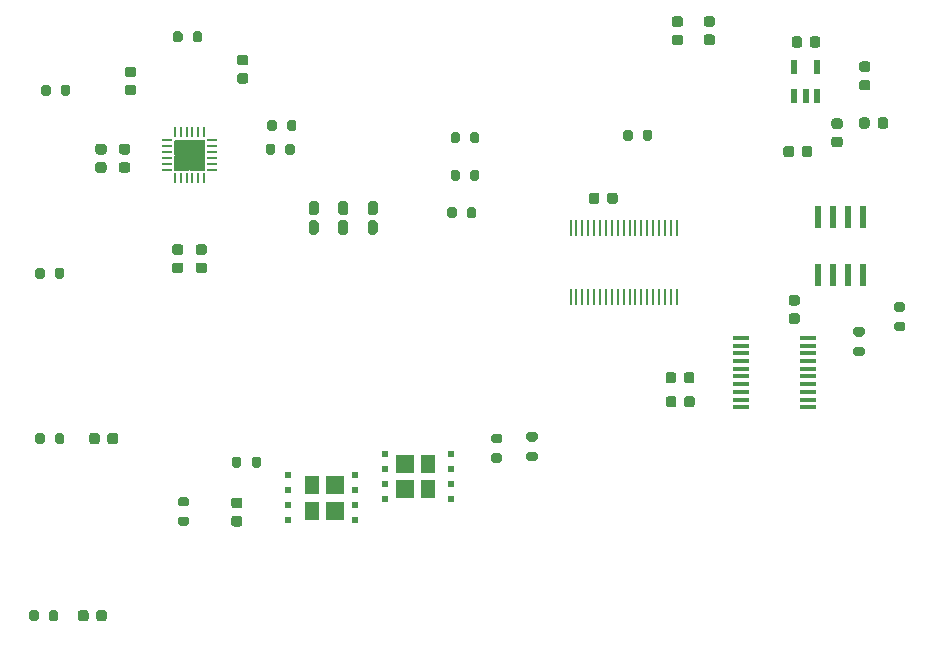
<source format=gbr>
%TF.GenerationSoftware,KiCad,Pcbnew,(5.1.7)-1*%
%TF.CreationDate,2021-05-19T20:23:41+02:00*%
%TF.ProjectId,PEE50-Schakeling,50454535-302d-4536-9368-616b656c696e,rev?*%
%TF.SameCoordinates,Original*%
%TF.FileFunction,Paste,Top*%
%TF.FilePolarity,Positive*%
%FSLAX46Y46*%
G04 Gerber Fmt 4.6, Leading zero omitted, Abs format (unit mm)*
G04 Created by KiCad (PCBNEW (5.1.7)-1) date 2021-05-19 20:23:41*
%MOMM*%
%LPD*%
G01*
G04 APERTURE LIST*
%ADD10C,0.152400*%
%ADD11R,0.600000X1.200000*%
%ADD12R,0.490000X0.490000*%
%ADD13R,1.585000X1.570000*%
%ADD14R,1.235000X1.570000*%
%ADD15R,2.641600X2.641600*%
%ADD16R,0.812800X0.254000*%
%ADD17R,0.254000X0.812800*%
%ADD18R,0.279400X1.404099*%
%ADD19R,1.461999X0.354800*%
%ADD20R,0.590000X1.970000*%
G04 APERTURE END LIST*
D10*
%TO.C,U1*%
X70600000Y-49779200D02*
X70600000Y-50900000D01*
X71720800Y-49779200D02*
X70600000Y-49779200D01*
X71720800Y-50900000D02*
X71720800Y-49779200D01*
X70600000Y-50900000D02*
X71720800Y-50900000D01*
X69279200Y-49779200D02*
X69279200Y-50900000D01*
X70400000Y-49779200D02*
X69279200Y-49779200D01*
X70400000Y-50900000D02*
X70400000Y-49779200D01*
X69279200Y-50900000D02*
X70400000Y-50900000D01*
X70600000Y-51100000D02*
X70600000Y-52220800D01*
X71720800Y-51100000D02*
X70600000Y-51100000D01*
X71720800Y-52220800D02*
X71720800Y-51100000D01*
X70600000Y-52220800D02*
X71720800Y-52220800D01*
X69279200Y-51100000D02*
X69279200Y-52220800D01*
X70400000Y-51100000D02*
X69279200Y-51100000D01*
X70400000Y-52220800D02*
X70400000Y-51100000D01*
X69279200Y-52220800D02*
X70400000Y-52220800D01*
%TD*%
%TO.C,C1*%
G36*
G01*
X74250000Y-80000000D02*
X74750000Y-80000000D01*
G75*
G02*
X74975000Y-80225000I0J-225000D01*
G01*
X74975000Y-80675000D01*
G75*
G02*
X74750000Y-80900000I-225000J0D01*
G01*
X74250000Y-80900000D01*
G75*
G02*
X74025000Y-80675000I0J225000D01*
G01*
X74025000Y-80225000D01*
G75*
G02*
X74250000Y-80000000I225000J0D01*
G01*
G37*
G36*
G01*
X74250000Y-81550000D02*
X74750000Y-81550000D01*
G75*
G02*
X74975000Y-81775000I0J-225000D01*
G01*
X74975000Y-82225000D01*
G75*
G02*
X74750000Y-82450000I-225000J0D01*
G01*
X74250000Y-82450000D01*
G75*
G02*
X74025000Y-82225000I0J225000D01*
G01*
X74025000Y-81775000D01*
G75*
G02*
X74250000Y-81550000I225000J0D01*
G01*
G37*
%TD*%
%TO.C,C2*%
G36*
G01*
X71250000Y-60100000D02*
X71750000Y-60100000D01*
G75*
G02*
X71975000Y-60325000I0J-225000D01*
G01*
X71975000Y-60775000D01*
G75*
G02*
X71750000Y-61000000I-225000J0D01*
G01*
X71250000Y-61000000D01*
G75*
G02*
X71025000Y-60775000I0J225000D01*
G01*
X71025000Y-60325000D01*
G75*
G02*
X71250000Y-60100000I225000J0D01*
G01*
G37*
G36*
G01*
X71250000Y-58550000D02*
X71750000Y-58550000D01*
G75*
G02*
X71975000Y-58775000I0J-225000D01*
G01*
X71975000Y-59225000D01*
G75*
G02*
X71750000Y-59450000I-225000J0D01*
G01*
X71250000Y-59450000D01*
G75*
G02*
X71025000Y-59225000I0J225000D01*
G01*
X71025000Y-58775000D01*
G75*
G02*
X71250000Y-58550000I225000J0D01*
G01*
G37*
%TD*%
%TO.C,C3*%
G36*
G01*
X69250000Y-58550000D02*
X69750000Y-58550000D01*
G75*
G02*
X69975000Y-58775000I0J-225000D01*
G01*
X69975000Y-59225000D01*
G75*
G02*
X69750000Y-59450000I-225000J0D01*
G01*
X69250000Y-59450000D01*
G75*
G02*
X69025000Y-59225000I0J225000D01*
G01*
X69025000Y-58775000D01*
G75*
G02*
X69250000Y-58550000I225000J0D01*
G01*
G37*
G36*
G01*
X69250000Y-60100000D02*
X69750000Y-60100000D01*
G75*
G02*
X69975000Y-60325000I0J-225000D01*
G01*
X69975000Y-60775000D01*
G75*
G02*
X69750000Y-61000000I-225000J0D01*
G01*
X69250000Y-61000000D01*
G75*
G02*
X69025000Y-60775000I0J225000D01*
G01*
X69025000Y-60325000D01*
G75*
G02*
X69250000Y-60100000I225000J0D01*
G01*
G37*
%TD*%
%TO.C,C4*%
G36*
G01*
X125573600Y-48785600D02*
X125073600Y-48785600D01*
G75*
G02*
X124848600Y-48560600I0J225000D01*
G01*
X124848600Y-48110600D01*
G75*
G02*
X125073600Y-47885600I225000J0D01*
G01*
X125573600Y-47885600D01*
G75*
G02*
X125798600Y-48110600I0J-225000D01*
G01*
X125798600Y-48560600D01*
G75*
G02*
X125573600Y-48785600I-225000J0D01*
G01*
G37*
G36*
G01*
X125573600Y-50335600D02*
X125073600Y-50335600D01*
G75*
G02*
X124848600Y-50110600I0J225000D01*
G01*
X124848600Y-49660600D01*
G75*
G02*
X125073600Y-49435600I225000J0D01*
G01*
X125573600Y-49435600D01*
G75*
G02*
X125798600Y-49660600I0J-225000D01*
G01*
X125798600Y-50110600D01*
G75*
G02*
X125573600Y-50335600I-225000J0D01*
G01*
G37*
%TD*%
%TO.C,C5*%
G36*
G01*
X123920000Y-41177400D02*
X123920000Y-41677400D01*
G75*
G02*
X123695000Y-41902400I-225000J0D01*
G01*
X123245000Y-41902400D01*
G75*
G02*
X123020000Y-41677400I0J225000D01*
G01*
X123020000Y-41177400D01*
G75*
G02*
X123245000Y-40952400I225000J0D01*
G01*
X123695000Y-40952400D01*
G75*
G02*
X123920000Y-41177400I0J-225000D01*
G01*
G37*
G36*
G01*
X122370000Y-41177400D02*
X122370000Y-41677400D01*
G75*
G02*
X122145000Y-41902400I-225000J0D01*
G01*
X121695000Y-41902400D01*
G75*
G02*
X121470000Y-41677400I0J225000D01*
G01*
X121470000Y-41177400D01*
G75*
G02*
X121695000Y-40952400I225000J0D01*
G01*
X122145000Y-40952400D01*
G75*
G02*
X122370000Y-41177400I0J-225000D01*
G01*
G37*
%TD*%
%TO.C,C6*%
G36*
G01*
X75250000Y-43400000D02*
X74750000Y-43400000D01*
G75*
G02*
X74525000Y-43175000I0J225000D01*
G01*
X74525000Y-42725000D01*
G75*
G02*
X74750000Y-42500000I225000J0D01*
G01*
X75250000Y-42500000D01*
G75*
G02*
X75475000Y-42725000I0J-225000D01*
G01*
X75475000Y-43175000D01*
G75*
G02*
X75250000Y-43400000I-225000J0D01*
G01*
G37*
G36*
G01*
X75250000Y-44950000D02*
X74750000Y-44950000D01*
G75*
G02*
X74525000Y-44725000I0J225000D01*
G01*
X74525000Y-44275000D01*
G75*
G02*
X74750000Y-44050000I225000J0D01*
G01*
X75250000Y-44050000D01*
G75*
G02*
X75475000Y-44275000I0J-225000D01*
G01*
X75475000Y-44725000D01*
G75*
G02*
X75250000Y-44950000I-225000J0D01*
G01*
G37*
%TD*%
%TO.C,C7*%
G36*
G01*
X65750000Y-44400000D02*
X65250000Y-44400000D01*
G75*
G02*
X65025000Y-44175000I0J225000D01*
G01*
X65025000Y-43725000D01*
G75*
G02*
X65250000Y-43500000I225000J0D01*
G01*
X65750000Y-43500000D01*
G75*
G02*
X65975000Y-43725000I0J-225000D01*
G01*
X65975000Y-44175000D01*
G75*
G02*
X65750000Y-44400000I-225000J0D01*
G01*
G37*
G36*
G01*
X65750000Y-45950000D02*
X65250000Y-45950000D01*
G75*
G02*
X65025000Y-45725000I0J225000D01*
G01*
X65025000Y-45275000D01*
G75*
G02*
X65250000Y-45050000I225000J0D01*
G01*
X65750000Y-45050000D01*
G75*
G02*
X65975000Y-45275000I0J-225000D01*
G01*
X65975000Y-45725000D01*
G75*
G02*
X65750000Y-45950000I-225000J0D01*
G01*
G37*
%TD*%
%TO.C,C8*%
G36*
G01*
X62750000Y-50050000D02*
X63250000Y-50050000D01*
G75*
G02*
X63475000Y-50275000I0J-225000D01*
G01*
X63475000Y-50725000D01*
G75*
G02*
X63250000Y-50950000I-225000J0D01*
G01*
X62750000Y-50950000D01*
G75*
G02*
X62525000Y-50725000I0J225000D01*
G01*
X62525000Y-50275000D01*
G75*
G02*
X62750000Y-50050000I225000J0D01*
G01*
G37*
G36*
G01*
X62750000Y-51600000D02*
X63250000Y-51600000D01*
G75*
G02*
X63475000Y-51825000I0J-225000D01*
G01*
X63475000Y-52275000D01*
G75*
G02*
X63250000Y-52500000I-225000J0D01*
G01*
X62750000Y-52500000D01*
G75*
G02*
X62525000Y-52275000I0J225000D01*
G01*
X62525000Y-51825000D01*
G75*
G02*
X62750000Y-51600000I225000J0D01*
G01*
G37*
%TD*%
%TO.C,C9*%
G36*
G01*
X65250000Y-50950000D02*
X64750000Y-50950000D01*
G75*
G02*
X64525000Y-50725000I0J225000D01*
G01*
X64525000Y-50275000D01*
G75*
G02*
X64750000Y-50050000I225000J0D01*
G01*
X65250000Y-50050000D01*
G75*
G02*
X65475000Y-50275000I0J-225000D01*
G01*
X65475000Y-50725000D01*
G75*
G02*
X65250000Y-50950000I-225000J0D01*
G01*
G37*
G36*
G01*
X65250000Y-52500000D02*
X64750000Y-52500000D01*
G75*
G02*
X64525000Y-52275000I0J225000D01*
G01*
X64525000Y-51825000D01*
G75*
G02*
X64750000Y-51600000I225000J0D01*
G01*
X65250000Y-51600000D01*
G75*
G02*
X65475000Y-51825000I0J-225000D01*
G01*
X65475000Y-52275000D01*
G75*
G02*
X65250000Y-52500000I-225000J0D01*
G01*
G37*
%TD*%
%TO.C,C10*%
G36*
G01*
X63550000Y-75250000D02*
X63550000Y-74750000D01*
G75*
G02*
X63775000Y-74525000I225000J0D01*
G01*
X64225000Y-74525000D01*
G75*
G02*
X64450000Y-74750000I0J-225000D01*
G01*
X64450000Y-75250000D01*
G75*
G02*
X64225000Y-75475000I-225000J0D01*
G01*
X63775000Y-75475000D01*
G75*
G02*
X63550000Y-75250000I0J225000D01*
G01*
G37*
G36*
G01*
X62000000Y-75250000D02*
X62000000Y-74750000D01*
G75*
G02*
X62225000Y-74525000I225000J0D01*
G01*
X62675000Y-74525000D01*
G75*
G02*
X62900000Y-74750000I0J-225000D01*
G01*
X62900000Y-75250000D01*
G75*
G02*
X62675000Y-75475000I-225000J0D01*
G01*
X62225000Y-75475000D01*
G75*
G02*
X62000000Y-75250000I0J225000D01*
G01*
G37*
%TD*%
%TO.C,C11*%
G36*
G01*
X61050000Y-90250000D02*
X61050000Y-89750000D01*
G75*
G02*
X61275000Y-89525000I225000J0D01*
G01*
X61725000Y-89525000D01*
G75*
G02*
X61950000Y-89750000I0J-225000D01*
G01*
X61950000Y-90250000D01*
G75*
G02*
X61725000Y-90475000I-225000J0D01*
G01*
X61275000Y-90475000D01*
G75*
G02*
X61050000Y-90250000I0J225000D01*
G01*
G37*
G36*
G01*
X62600000Y-90250000D02*
X62600000Y-89750000D01*
G75*
G02*
X62825000Y-89525000I225000J0D01*
G01*
X63275000Y-89525000D01*
G75*
G02*
X63500000Y-89750000I0J-225000D01*
G01*
X63500000Y-90250000D01*
G75*
G02*
X63275000Y-90475000I-225000J0D01*
G01*
X62825000Y-90475000D01*
G75*
G02*
X62600000Y-90250000I0J225000D01*
G01*
G37*
%TD*%
%TO.C,C12*%
G36*
G01*
X106749600Y-54410800D02*
X106749600Y-54910800D01*
G75*
G02*
X106524600Y-55135800I-225000J0D01*
G01*
X106074600Y-55135800D01*
G75*
G02*
X105849600Y-54910800I0J225000D01*
G01*
X105849600Y-54410800D01*
G75*
G02*
X106074600Y-54185800I225000J0D01*
G01*
X106524600Y-54185800D01*
G75*
G02*
X106749600Y-54410800I0J-225000D01*
G01*
G37*
G36*
G01*
X105199600Y-54410800D02*
X105199600Y-54910800D01*
G75*
G02*
X104974600Y-55135800I-225000J0D01*
G01*
X104524600Y-55135800D01*
G75*
G02*
X104299600Y-54910800I0J225000D01*
G01*
X104299600Y-54410800D01*
G75*
G02*
X104524600Y-54185800I225000J0D01*
G01*
X104974600Y-54185800D01*
G75*
G02*
X105199600Y-54410800I0J-225000D01*
G01*
G37*
%TD*%
%TO.C,C13*%
G36*
G01*
X112060800Y-40149600D02*
X111560800Y-40149600D01*
G75*
G02*
X111335800Y-39924600I0J225000D01*
G01*
X111335800Y-39474600D01*
G75*
G02*
X111560800Y-39249600I225000J0D01*
G01*
X112060800Y-39249600D01*
G75*
G02*
X112285800Y-39474600I0J-225000D01*
G01*
X112285800Y-39924600D01*
G75*
G02*
X112060800Y-40149600I-225000J0D01*
G01*
G37*
G36*
G01*
X112060800Y-41699600D02*
X111560800Y-41699600D01*
G75*
G02*
X111335800Y-41474600I0J225000D01*
G01*
X111335800Y-41024600D01*
G75*
G02*
X111560800Y-40799600I225000J0D01*
G01*
X112060800Y-40799600D01*
G75*
G02*
X112285800Y-41024600I0J-225000D01*
G01*
X112285800Y-41474600D01*
G75*
G02*
X112060800Y-41699600I-225000J0D01*
G01*
G37*
%TD*%
%TO.C,C14*%
G36*
G01*
X123233600Y-50448400D02*
X123233600Y-50948400D01*
G75*
G02*
X123008600Y-51173400I-225000J0D01*
G01*
X122558600Y-51173400D01*
G75*
G02*
X122333600Y-50948400I0J225000D01*
G01*
X122333600Y-50448400D01*
G75*
G02*
X122558600Y-50223400I225000J0D01*
G01*
X123008600Y-50223400D01*
G75*
G02*
X123233600Y-50448400I0J-225000D01*
G01*
G37*
G36*
G01*
X121683600Y-50448400D02*
X121683600Y-50948400D01*
G75*
G02*
X121458600Y-51173400I-225000J0D01*
G01*
X121008600Y-51173400D01*
G75*
G02*
X120783600Y-50948400I0J225000D01*
G01*
X120783600Y-50448400D01*
G75*
G02*
X121008600Y-50223400I225000J0D01*
G01*
X121458600Y-50223400D01*
G75*
G02*
X121683600Y-50448400I0J-225000D01*
G01*
G37*
%TD*%
%TO.C,C15*%
G36*
G01*
X121441400Y-64396200D02*
X121941400Y-64396200D01*
G75*
G02*
X122166400Y-64621200I0J-225000D01*
G01*
X122166400Y-65071200D01*
G75*
G02*
X121941400Y-65296200I-225000J0D01*
G01*
X121441400Y-65296200D01*
G75*
G02*
X121216400Y-65071200I0J225000D01*
G01*
X121216400Y-64621200D01*
G75*
G02*
X121441400Y-64396200I225000J0D01*
G01*
G37*
G36*
G01*
X121441400Y-62846200D02*
X121941400Y-62846200D01*
G75*
G02*
X122166400Y-63071200I0J-225000D01*
G01*
X122166400Y-63521200D01*
G75*
G02*
X121941400Y-63746200I-225000J0D01*
G01*
X121441400Y-63746200D01*
G75*
G02*
X121216400Y-63521200I0J225000D01*
G01*
X121216400Y-63071200D01*
G75*
G02*
X121441400Y-62846200I225000J0D01*
G01*
G37*
%TD*%
%TO.C,C16*%
G36*
G01*
X113276800Y-71632000D02*
X113276800Y-72132000D01*
G75*
G02*
X113051800Y-72357000I-225000J0D01*
G01*
X112601800Y-72357000D01*
G75*
G02*
X112376800Y-72132000I0J225000D01*
G01*
X112376800Y-71632000D01*
G75*
G02*
X112601800Y-71407000I225000J0D01*
G01*
X113051800Y-71407000D01*
G75*
G02*
X113276800Y-71632000I0J-225000D01*
G01*
G37*
G36*
G01*
X111726800Y-71632000D02*
X111726800Y-72132000D01*
G75*
G02*
X111501800Y-72357000I-225000J0D01*
G01*
X111051800Y-72357000D01*
G75*
G02*
X110826800Y-72132000I0J225000D01*
G01*
X110826800Y-71632000D01*
G75*
G02*
X111051800Y-71407000I225000J0D01*
G01*
X111501800Y-71407000D01*
G75*
G02*
X111726800Y-71632000I0J-225000D01*
G01*
G37*
%TD*%
%TO.C,C17*%
G36*
G01*
X111701400Y-69600000D02*
X111701400Y-70100000D01*
G75*
G02*
X111476400Y-70325000I-225000J0D01*
G01*
X111026400Y-70325000D01*
G75*
G02*
X110801400Y-70100000I0J225000D01*
G01*
X110801400Y-69600000D01*
G75*
G02*
X111026400Y-69375000I225000J0D01*
G01*
X111476400Y-69375000D01*
G75*
G02*
X111701400Y-69600000I0J-225000D01*
G01*
G37*
G36*
G01*
X113251400Y-69600000D02*
X113251400Y-70100000D01*
G75*
G02*
X113026400Y-70325000I-225000J0D01*
G01*
X112576400Y-70325000D01*
G75*
G02*
X112351400Y-70100000I0J225000D01*
G01*
X112351400Y-69600000D01*
G75*
G02*
X112576400Y-69375000I225000J0D01*
G01*
X113026400Y-69375000D01*
G75*
G02*
X113251400Y-69600000I0J-225000D01*
G01*
G37*
%TD*%
%TO.C,C18*%
G36*
G01*
X114265900Y-39237500D02*
X114765900Y-39237500D01*
G75*
G02*
X114990900Y-39462500I0J-225000D01*
G01*
X114990900Y-39912500D01*
G75*
G02*
X114765900Y-40137500I-225000J0D01*
G01*
X114265900Y-40137500D01*
G75*
G02*
X114040900Y-39912500I0J225000D01*
G01*
X114040900Y-39462500D01*
G75*
G02*
X114265900Y-39237500I225000J0D01*
G01*
G37*
G36*
G01*
X114265900Y-40787500D02*
X114765900Y-40787500D01*
G75*
G02*
X114990900Y-41012500I0J-225000D01*
G01*
X114990900Y-41462500D01*
G75*
G02*
X114765900Y-41687500I-225000J0D01*
G01*
X114265900Y-41687500D01*
G75*
G02*
X114040900Y-41462500I0J225000D01*
G01*
X114040900Y-41012500D01*
G75*
G02*
X114265900Y-40787500I225000J0D01*
G01*
G37*
%TD*%
%TO.C,D1*%
G36*
G01*
X85787500Y-56512500D02*
X86212500Y-56512500D01*
G75*
G02*
X86425000Y-56725000I0J-212500D01*
G01*
X86425000Y-57525000D01*
G75*
G02*
X86212500Y-57737500I-212500J0D01*
G01*
X85787500Y-57737500D01*
G75*
G02*
X85575000Y-57525000I0J212500D01*
G01*
X85575000Y-56725000D01*
G75*
G02*
X85787500Y-56512500I212500J0D01*
G01*
G37*
G36*
G01*
X85787500Y-54887500D02*
X86212500Y-54887500D01*
G75*
G02*
X86425000Y-55100000I0J-212500D01*
G01*
X86425000Y-55900000D01*
G75*
G02*
X86212500Y-56112500I-212500J0D01*
G01*
X85787500Y-56112500D01*
G75*
G02*
X85575000Y-55900000I0J212500D01*
G01*
X85575000Y-55100000D01*
G75*
G02*
X85787500Y-54887500I212500J0D01*
G01*
G37*
%TD*%
%TO.C,D2*%
G36*
G01*
X83287500Y-54887500D02*
X83712500Y-54887500D01*
G75*
G02*
X83925000Y-55100000I0J-212500D01*
G01*
X83925000Y-55900000D01*
G75*
G02*
X83712500Y-56112500I-212500J0D01*
G01*
X83287500Y-56112500D01*
G75*
G02*
X83075000Y-55900000I0J212500D01*
G01*
X83075000Y-55100000D01*
G75*
G02*
X83287500Y-54887500I212500J0D01*
G01*
G37*
G36*
G01*
X83287500Y-56512500D02*
X83712500Y-56512500D01*
G75*
G02*
X83925000Y-56725000I0J-212500D01*
G01*
X83925000Y-57525000D01*
G75*
G02*
X83712500Y-57737500I-212500J0D01*
G01*
X83287500Y-57737500D01*
G75*
G02*
X83075000Y-57525000I0J212500D01*
G01*
X83075000Y-56725000D01*
G75*
G02*
X83287500Y-56512500I212500J0D01*
G01*
G37*
%TD*%
%TO.C,D3*%
G36*
G01*
X80787500Y-54887500D02*
X81212500Y-54887500D01*
G75*
G02*
X81425000Y-55100000I0J-212500D01*
G01*
X81425000Y-55900000D01*
G75*
G02*
X81212500Y-56112500I-212500J0D01*
G01*
X80787500Y-56112500D01*
G75*
G02*
X80575000Y-55900000I0J212500D01*
G01*
X80575000Y-55100000D01*
G75*
G02*
X80787500Y-54887500I212500J0D01*
G01*
G37*
G36*
G01*
X80787500Y-56512500D02*
X81212500Y-56512500D01*
G75*
G02*
X81425000Y-56725000I0J-212500D01*
G01*
X81425000Y-57525000D01*
G75*
G02*
X81212500Y-57737500I-212500J0D01*
G01*
X80787500Y-57737500D01*
G75*
G02*
X80575000Y-57525000I0J212500D01*
G01*
X80575000Y-56725000D01*
G75*
G02*
X80787500Y-56512500I212500J0D01*
G01*
G37*
%TD*%
D11*
%TO.C,IC1*%
X121706600Y-43530200D03*
X123606600Y-43530200D03*
X123606600Y-46030200D03*
X122656600Y-46030200D03*
X121706600Y-46030200D03*
%TD*%
D12*
%TO.C,Q1*%
X87062660Y-77571600D03*
X87062660Y-78841600D03*
X87062660Y-80111600D03*
X87062660Y-76301600D03*
X92662660Y-76301600D03*
X92662660Y-80111600D03*
X92662660Y-78841600D03*
X92662660Y-77571600D03*
D13*
X88750160Y-77111600D03*
X88750160Y-79301600D03*
D14*
X90660160Y-77111600D03*
X90660160Y-79301600D03*
%TD*%
D12*
%TO.C,Q2*%
X84470000Y-80635000D03*
X84470000Y-79365000D03*
X84470000Y-78095000D03*
X84470000Y-81905000D03*
X78870000Y-81905000D03*
X78870000Y-78095000D03*
X78870000Y-79365000D03*
X78870000Y-80635000D03*
D13*
X82782500Y-81095000D03*
X82782500Y-78905000D03*
D14*
X80872500Y-81095000D03*
X80872500Y-78905000D03*
%TD*%
%TO.C,R1*%
G36*
G01*
X92600000Y-52980000D02*
X92600000Y-52430000D01*
G75*
G02*
X92800000Y-52230000I200000J0D01*
G01*
X93200000Y-52230000D01*
G75*
G02*
X93400000Y-52430000I0J-200000D01*
G01*
X93400000Y-52980000D01*
G75*
G02*
X93200000Y-53180000I-200000J0D01*
G01*
X92800000Y-53180000D01*
G75*
G02*
X92600000Y-52980000I0J200000D01*
G01*
G37*
G36*
G01*
X94250000Y-52980000D02*
X94250000Y-52430000D01*
G75*
G02*
X94450000Y-52230000I200000J0D01*
G01*
X94850000Y-52230000D01*
G75*
G02*
X95050000Y-52430000I0J-200000D01*
G01*
X95050000Y-52980000D01*
G75*
G02*
X94850000Y-53180000I-200000J0D01*
G01*
X94450000Y-53180000D01*
G75*
G02*
X94250000Y-52980000I0J200000D01*
G01*
G37*
%TD*%
%TO.C,R2*%
G36*
G01*
X94250000Y-49805000D02*
X94250000Y-49255000D01*
G75*
G02*
X94450000Y-49055000I200000J0D01*
G01*
X94850000Y-49055000D01*
G75*
G02*
X95050000Y-49255000I0J-200000D01*
G01*
X95050000Y-49805000D01*
G75*
G02*
X94850000Y-50005000I-200000J0D01*
G01*
X94450000Y-50005000D01*
G75*
G02*
X94250000Y-49805000I0J200000D01*
G01*
G37*
G36*
G01*
X92600000Y-49805000D02*
X92600000Y-49255000D01*
G75*
G02*
X92800000Y-49055000I200000J0D01*
G01*
X93200000Y-49055000D01*
G75*
G02*
X93400000Y-49255000I0J-200000D01*
G01*
X93400000Y-49805000D01*
G75*
G02*
X93200000Y-50005000I-200000J0D01*
G01*
X92800000Y-50005000D01*
G75*
G02*
X92600000Y-49805000I0J200000D01*
G01*
G37*
%TD*%
%TO.C,R3*%
G36*
G01*
X92310000Y-56155000D02*
X92310000Y-55605000D01*
G75*
G02*
X92510000Y-55405000I200000J0D01*
G01*
X92910000Y-55405000D01*
G75*
G02*
X93110000Y-55605000I0J-200000D01*
G01*
X93110000Y-56155000D01*
G75*
G02*
X92910000Y-56355000I-200000J0D01*
G01*
X92510000Y-56355000D01*
G75*
G02*
X92310000Y-56155000I0J200000D01*
G01*
G37*
G36*
G01*
X93960000Y-56155000D02*
X93960000Y-55605000D01*
G75*
G02*
X94160000Y-55405000I200000J0D01*
G01*
X94560000Y-55405000D01*
G75*
G02*
X94760000Y-55605000I0J-200000D01*
G01*
X94760000Y-56155000D01*
G75*
G02*
X94560000Y-56355000I-200000J0D01*
G01*
X94160000Y-56355000D01*
G75*
G02*
X93960000Y-56155000I0J200000D01*
G01*
G37*
%TD*%
%TO.C,R4*%
G36*
G01*
X76550000Y-76725000D02*
X76550000Y-77275000D01*
G75*
G02*
X76350000Y-77475000I-200000J0D01*
G01*
X75950000Y-77475000D01*
G75*
G02*
X75750000Y-77275000I0J200000D01*
G01*
X75750000Y-76725000D01*
G75*
G02*
X75950000Y-76525000I200000J0D01*
G01*
X76350000Y-76525000D01*
G75*
G02*
X76550000Y-76725000I0J-200000D01*
G01*
G37*
G36*
G01*
X74900000Y-76725000D02*
X74900000Y-77275000D01*
G75*
G02*
X74700000Y-77475000I-200000J0D01*
G01*
X74300000Y-77475000D01*
G75*
G02*
X74100000Y-77275000I0J200000D01*
G01*
X74100000Y-76725000D01*
G75*
G02*
X74300000Y-76525000I200000J0D01*
G01*
X74700000Y-76525000D01*
G75*
G02*
X74900000Y-76725000I0J-200000D01*
G01*
G37*
%TD*%
%TO.C,R5*%
G36*
G01*
X96225000Y-76250000D02*
X96775000Y-76250000D01*
G75*
G02*
X96975000Y-76450000I0J-200000D01*
G01*
X96975000Y-76850000D01*
G75*
G02*
X96775000Y-77050000I-200000J0D01*
G01*
X96225000Y-77050000D01*
G75*
G02*
X96025000Y-76850000I0J200000D01*
G01*
X96025000Y-76450000D01*
G75*
G02*
X96225000Y-76250000I200000J0D01*
G01*
G37*
G36*
G01*
X96225000Y-74600000D02*
X96775000Y-74600000D01*
G75*
G02*
X96975000Y-74800000I0J-200000D01*
G01*
X96975000Y-75200000D01*
G75*
G02*
X96775000Y-75400000I-200000J0D01*
G01*
X96225000Y-75400000D01*
G75*
G02*
X96025000Y-75200000I0J200000D01*
G01*
X96025000Y-74800000D01*
G75*
G02*
X96225000Y-74600000I200000J0D01*
G01*
G37*
%TD*%
%TO.C,R6*%
G36*
G01*
X99225000Y-74450000D02*
X99775000Y-74450000D01*
G75*
G02*
X99975000Y-74650000I0J-200000D01*
G01*
X99975000Y-75050000D01*
G75*
G02*
X99775000Y-75250000I-200000J0D01*
G01*
X99225000Y-75250000D01*
G75*
G02*
X99025000Y-75050000I0J200000D01*
G01*
X99025000Y-74650000D01*
G75*
G02*
X99225000Y-74450000I200000J0D01*
G01*
G37*
G36*
G01*
X99225000Y-76100000D02*
X99775000Y-76100000D01*
G75*
G02*
X99975000Y-76300000I0J-200000D01*
G01*
X99975000Y-76700000D01*
G75*
G02*
X99775000Y-76900000I-200000J0D01*
G01*
X99225000Y-76900000D01*
G75*
G02*
X99025000Y-76700000I0J200000D01*
G01*
X99025000Y-76300000D01*
G75*
G02*
X99225000Y-76100000I200000J0D01*
G01*
G37*
%TD*%
%TO.C,R7*%
G36*
G01*
X78600000Y-50775000D02*
X78600000Y-50225000D01*
G75*
G02*
X78800000Y-50025000I200000J0D01*
G01*
X79200000Y-50025000D01*
G75*
G02*
X79400000Y-50225000I0J-200000D01*
G01*
X79400000Y-50775000D01*
G75*
G02*
X79200000Y-50975000I-200000J0D01*
G01*
X78800000Y-50975000D01*
G75*
G02*
X78600000Y-50775000I0J200000D01*
G01*
G37*
G36*
G01*
X76950000Y-50775000D02*
X76950000Y-50225000D01*
G75*
G02*
X77150000Y-50025000I200000J0D01*
G01*
X77550000Y-50025000D01*
G75*
G02*
X77750000Y-50225000I0J-200000D01*
G01*
X77750000Y-50775000D01*
G75*
G02*
X77550000Y-50975000I-200000J0D01*
G01*
X77150000Y-50975000D01*
G75*
G02*
X76950000Y-50775000I0J200000D01*
G01*
G37*
%TD*%
%TO.C,R8*%
G36*
G01*
X69725000Y-79950000D02*
X70275000Y-79950000D01*
G75*
G02*
X70475000Y-80150000I0J-200000D01*
G01*
X70475000Y-80550000D01*
G75*
G02*
X70275000Y-80750000I-200000J0D01*
G01*
X69725000Y-80750000D01*
G75*
G02*
X69525000Y-80550000I0J200000D01*
G01*
X69525000Y-80150000D01*
G75*
G02*
X69725000Y-79950000I200000J0D01*
G01*
G37*
G36*
G01*
X69725000Y-81600000D02*
X70275000Y-81600000D01*
G75*
G02*
X70475000Y-81800000I0J-200000D01*
G01*
X70475000Y-82200000D01*
G75*
G02*
X70275000Y-82400000I-200000J0D01*
G01*
X69725000Y-82400000D01*
G75*
G02*
X69525000Y-82200000I0J200000D01*
G01*
X69525000Y-81800000D01*
G75*
G02*
X69725000Y-81600000I200000J0D01*
G01*
G37*
%TD*%
%TO.C,R9*%
G36*
G01*
X78750000Y-48775000D02*
X78750000Y-48225000D01*
G75*
G02*
X78950000Y-48025000I200000J0D01*
G01*
X79350000Y-48025000D01*
G75*
G02*
X79550000Y-48225000I0J-200000D01*
G01*
X79550000Y-48775000D01*
G75*
G02*
X79350000Y-48975000I-200000J0D01*
G01*
X78950000Y-48975000D01*
G75*
G02*
X78750000Y-48775000I0J200000D01*
G01*
G37*
G36*
G01*
X77100000Y-48775000D02*
X77100000Y-48225000D01*
G75*
G02*
X77300000Y-48025000I200000J0D01*
G01*
X77700000Y-48025000D01*
G75*
G02*
X77900000Y-48225000I0J-200000D01*
G01*
X77900000Y-48775000D01*
G75*
G02*
X77700000Y-48975000I-200000J0D01*
G01*
X77300000Y-48975000D01*
G75*
G02*
X77100000Y-48775000I0J200000D01*
G01*
G37*
%TD*%
%TO.C,R10*%
G36*
G01*
X70760640Y-41262980D02*
X70760640Y-40712980D01*
G75*
G02*
X70960640Y-40512980I200000J0D01*
G01*
X71360640Y-40512980D01*
G75*
G02*
X71560640Y-40712980I0J-200000D01*
G01*
X71560640Y-41262980D01*
G75*
G02*
X71360640Y-41462980I-200000J0D01*
G01*
X70960640Y-41462980D01*
G75*
G02*
X70760640Y-41262980I0J200000D01*
G01*
G37*
G36*
G01*
X69110640Y-41262980D02*
X69110640Y-40712980D01*
G75*
G02*
X69310640Y-40512980I200000J0D01*
G01*
X69710640Y-40512980D01*
G75*
G02*
X69910640Y-40712980I0J-200000D01*
G01*
X69910640Y-41262980D01*
G75*
G02*
X69710640Y-41462980I-200000J0D01*
G01*
X69310640Y-41462980D01*
G75*
G02*
X69110640Y-41262980I0J200000D01*
G01*
G37*
%TD*%
%TO.C,R11*%
G36*
G01*
X107233000Y-49601800D02*
X107233000Y-49051800D01*
G75*
G02*
X107433000Y-48851800I200000J0D01*
G01*
X107833000Y-48851800D01*
G75*
G02*
X108033000Y-49051800I0J-200000D01*
G01*
X108033000Y-49601800D01*
G75*
G02*
X107833000Y-49801800I-200000J0D01*
G01*
X107433000Y-49801800D01*
G75*
G02*
X107233000Y-49601800I0J200000D01*
G01*
G37*
G36*
G01*
X108883000Y-49601800D02*
X108883000Y-49051800D01*
G75*
G02*
X109083000Y-48851800I200000J0D01*
G01*
X109483000Y-48851800D01*
G75*
G02*
X109683000Y-49051800I0J-200000D01*
G01*
X109683000Y-49601800D01*
G75*
G02*
X109483000Y-49801800I-200000J0D01*
G01*
X109083000Y-49801800D01*
G75*
G02*
X108883000Y-49601800I0J200000D01*
G01*
G37*
%TD*%
%TO.C,R12*%
G36*
G01*
X57950000Y-45775000D02*
X57950000Y-45225000D01*
G75*
G02*
X58150000Y-45025000I200000J0D01*
G01*
X58550000Y-45025000D01*
G75*
G02*
X58750000Y-45225000I0J-200000D01*
G01*
X58750000Y-45775000D01*
G75*
G02*
X58550000Y-45975000I-200000J0D01*
G01*
X58150000Y-45975000D01*
G75*
G02*
X57950000Y-45775000I0J200000D01*
G01*
G37*
G36*
G01*
X59600000Y-45775000D02*
X59600000Y-45225000D01*
G75*
G02*
X59800000Y-45025000I200000J0D01*
G01*
X60200000Y-45025000D01*
G75*
G02*
X60400000Y-45225000I0J-200000D01*
G01*
X60400000Y-45775000D01*
G75*
G02*
X60200000Y-45975000I-200000J0D01*
G01*
X59800000Y-45975000D01*
G75*
G02*
X59600000Y-45775000I0J200000D01*
G01*
G37*
%TD*%
%TO.C,R13*%
G36*
G01*
X59100000Y-61275000D02*
X59100000Y-60725000D01*
G75*
G02*
X59300000Y-60525000I200000J0D01*
G01*
X59700000Y-60525000D01*
G75*
G02*
X59900000Y-60725000I0J-200000D01*
G01*
X59900000Y-61275000D01*
G75*
G02*
X59700000Y-61475000I-200000J0D01*
G01*
X59300000Y-61475000D01*
G75*
G02*
X59100000Y-61275000I0J200000D01*
G01*
G37*
G36*
G01*
X57450000Y-61275000D02*
X57450000Y-60725000D01*
G75*
G02*
X57650000Y-60525000I200000J0D01*
G01*
X58050000Y-60525000D01*
G75*
G02*
X58250000Y-60725000I0J-200000D01*
G01*
X58250000Y-61275000D01*
G75*
G02*
X58050000Y-61475000I-200000J0D01*
G01*
X57650000Y-61475000D01*
G75*
G02*
X57450000Y-61275000I0J200000D01*
G01*
G37*
%TD*%
%TO.C,R14*%
G36*
G01*
X57450000Y-75275000D02*
X57450000Y-74725000D01*
G75*
G02*
X57650000Y-74525000I200000J0D01*
G01*
X58050000Y-74525000D01*
G75*
G02*
X58250000Y-74725000I0J-200000D01*
G01*
X58250000Y-75275000D01*
G75*
G02*
X58050000Y-75475000I-200000J0D01*
G01*
X57650000Y-75475000D01*
G75*
G02*
X57450000Y-75275000I0J200000D01*
G01*
G37*
G36*
G01*
X59100000Y-75275000D02*
X59100000Y-74725000D01*
G75*
G02*
X59300000Y-74525000I200000J0D01*
G01*
X59700000Y-74525000D01*
G75*
G02*
X59900000Y-74725000I0J-200000D01*
G01*
X59900000Y-75275000D01*
G75*
G02*
X59700000Y-75475000I-200000J0D01*
G01*
X59300000Y-75475000D01*
G75*
G02*
X59100000Y-75275000I0J200000D01*
G01*
G37*
%TD*%
%TO.C,R15*%
G36*
G01*
X58600000Y-90275000D02*
X58600000Y-89725000D01*
G75*
G02*
X58800000Y-89525000I200000J0D01*
G01*
X59200000Y-89525000D01*
G75*
G02*
X59400000Y-89725000I0J-200000D01*
G01*
X59400000Y-90275000D01*
G75*
G02*
X59200000Y-90475000I-200000J0D01*
G01*
X58800000Y-90475000D01*
G75*
G02*
X58600000Y-90275000I0J200000D01*
G01*
G37*
G36*
G01*
X56950000Y-90275000D02*
X56950000Y-89725000D01*
G75*
G02*
X57150000Y-89525000I200000J0D01*
G01*
X57550000Y-89525000D01*
G75*
G02*
X57750000Y-89725000I0J-200000D01*
G01*
X57750000Y-90275000D01*
G75*
G02*
X57550000Y-90475000I-200000J0D01*
G01*
X57150000Y-90475000D01*
G75*
G02*
X56950000Y-90275000I0J200000D01*
G01*
G37*
%TD*%
%TO.C,R16*%
G36*
G01*
X127452800Y-66364800D02*
X126902800Y-66364800D01*
G75*
G02*
X126702800Y-66164800I0J200000D01*
G01*
X126702800Y-65764800D01*
G75*
G02*
X126902800Y-65564800I200000J0D01*
G01*
X127452800Y-65564800D01*
G75*
G02*
X127652800Y-65764800I0J-200000D01*
G01*
X127652800Y-66164800D01*
G75*
G02*
X127452800Y-66364800I-200000J0D01*
G01*
G37*
G36*
G01*
X127452800Y-68014800D02*
X126902800Y-68014800D01*
G75*
G02*
X126702800Y-67814800I0J200000D01*
G01*
X126702800Y-67414800D01*
G75*
G02*
X126902800Y-67214800I200000J0D01*
G01*
X127452800Y-67214800D01*
G75*
G02*
X127652800Y-67414800I0J-200000D01*
G01*
X127652800Y-67814800D01*
G75*
G02*
X127452800Y-68014800I-200000J0D01*
G01*
G37*
%TD*%
D15*
%TO.C,U1*%
X70500000Y-51000000D03*
D16*
X68556900Y-52250000D03*
X68556900Y-51750001D03*
X68556900Y-51250000D03*
X68556900Y-50750000D03*
X68556900Y-50249999D03*
X68556900Y-49750000D03*
D17*
X69250000Y-49056900D03*
X69749999Y-49056900D03*
X70250000Y-49056900D03*
X70750000Y-49056900D03*
X71250001Y-49056900D03*
X71750000Y-49056900D03*
D16*
X72443100Y-49750000D03*
X72443100Y-50249999D03*
X72443100Y-50750000D03*
X72443100Y-51250000D03*
X72443100Y-51750001D03*
X72443100Y-52250000D03*
D17*
X71750000Y-52943100D03*
X71250001Y-52943100D03*
X70750000Y-52943100D03*
X70250000Y-52943100D03*
X69749999Y-52943100D03*
X69250000Y-52943100D03*
%TD*%
D18*
%TO.C,U2*%
X111760002Y-63049896D03*
X111260001Y-63049896D03*
X110760002Y-63049896D03*
X110260000Y-63049896D03*
X109760001Y-63049896D03*
X109260002Y-63049896D03*
X108760001Y-63049896D03*
X108260002Y-63049896D03*
X107760003Y-63049896D03*
X107260001Y-63049896D03*
X106760002Y-63049896D03*
X106260000Y-63049896D03*
X105760001Y-63049896D03*
X105260002Y-63049896D03*
X104760001Y-63049896D03*
X104260002Y-63049896D03*
X103760000Y-63049896D03*
X103260001Y-63049896D03*
X102760002Y-63049896D03*
X102760000Y-57150000D03*
X103260001Y-57150000D03*
X103760000Y-57150000D03*
X104260002Y-57150000D03*
X104760001Y-57150000D03*
X105260000Y-57150000D03*
X105760001Y-57150000D03*
X106260000Y-57150000D03*
X106760002Y-57150000D03*
X107260001Y-57150000D03*
X107760000Y-57150000D03*
X108260002Y-57150000D03*
X108760001Y-57150000D03*
X109260002Y-57150000D03*
X109760001Y-57150000D03*
X110260000Y-57150000D03*
X110760002Y-57150000D03*
X111260001Y-57150000D03*
X111760000Y-57150000D03*
%TD*%
D19*
%TO.C,U3*%
X122829400Y-66495002D03*
X122829400Y-67145001D03*
X122829400Y-67795002D03*
X122829400Y-68445001D03*
X122829400Y-69095002D03*
X122829400Y-69745001D03*
X122829400Y-70395002D03*
X122829400Y-71045001D03*
X122829400Y-71695002D03*
X122829400Y-72345000D03*
X117190600Y-72344998D03*
X117190600Y-71694999D03*
X117190600Y-71044998D03*
X117190600Y-70394999D03*
X117190600Y-69744998D03*
X117190600Y-69094999D03*
X117190600Y-68445001D03*
X117190600Y-67794999D03*
X117190600Y-67145001D03*
X117190600Y-66495000D03*
%TD*%
D20*
%TO.C,U5*%
X127482600Y-61160200D03*
X126212600Y-61160200D03*
X124942600Y-61160200D03*
X123672600Y-61160200D03*
X123672600Y-56210200D03*
X124942600Y-56210200D03*
X126212600Y-56210200D03*
X127482600Y-56210200D03*
%TD*%
%TO.C,D4*%
G36*
G01*
X128772500Y-48541650D02*
X128772500Y-48029150D01*
G75*
G02*
X128991250Y-47810400I218750J0D01*
G01*
X129428750Y-47810400D01*
G75*
G02*
X129647500Y-48029150I0J-218750D01*
G01*
X129647500Y-48541650D01*
G75*
G02*
X129428750Y-48760400I-218750J0D01*
G01*
X128991250Y-48760400D01*
G75*
G02*
X128772500Y-48541650I0J218750D01*
G01*
G37*
G36*
G01*
X127197500Y-48541650D02*
X127197500Y-48029150D01*
G75*
G02*
X127416250Y-47810400I218750J0D01*
G01*
X127853750Y-47810400D01*
G75*
G02*
X128072500Y-48029150I0J-218750D01*
G01*
X128072500Y-48541650D01*
G75*
G02*
X127853750Y-48760400I-218750J0D01*
G01*
X127416250Y-48760400D01*
G75*
G02*
X127197500Y-48541650I0J218750D01*
G01*
G37*
%TD*%
%TO.C,D5*%
G36*
G01*
X127926810Y-45522600D02*
X127414310Y-45522600D01*
G75*
G02*
X127195560Y-45303850I0J218750D01*
G01*
X127195560Y-44866350D01*
G75*
G02*
X127414310Y-44647600I218750J0D01*
G01*
X127926810Y-44647600D01*
G75*
G02*
X128145560Y-44866350I0J-218750D01*
G01*
X128145560Y-45303850D01*
G75*
G02*
X127926810Y-45522600I-218750J0D01*
G01*
G37*
G36*
G01*
X127926810Y-43947600D02*
X127414310Y-43947600D01*
G75*
G02*
X127195560Y-43728850I0J218750D01*
G01*
X127195560Y-43291350D01*
G75*
G02*
X127414310Y-43072600I218750J0D01*
G01*
X127926810Y-43072600D01*
G75*
G02*
X128145560Y-43291350I0J-218750D01*
G01*
X128145560Y-43728850D01*
G75*
G02*
X127926810Y-43947600I-218750J0D01*
G01*
G37*
%TD*%
%TO.C,R17*%
G36*
G01*
X130369900Y-63455600D02*
X130919900Y-63455600D01*
G75*
G02*
X131119900Y-63655600I0J-200000D01*
G01*
X131119900Y-64055600D01*
G75*
G02*
X130919900Y-64255600I-200000J0D01*
G01*
X130369900Y-64255600D01*
G75*
G02*
X130169900Y-64055600I0J200000D01*
G01*
X130169900Y-63655600D01*
G75*
G02*
X130369900Y-63455600I200000J0D01*
G01*
G37*
G36*
G01*
X130369900Y-65105600D02*
X130919900Y-65105600D01*
G75*
G02*
X131119900Y-65305600I0J-200000D01*
G01*
X131119900Y-65705600D01*
G75*
G02*
X130919900Y-65905600I-200000J0D01*
G01*
X130369900Y-65905600D01*
G75*
G02*
X130169900Y-65705600I0J200000D01*
G01*
X130169900Y-65305600D01*
G75*
G02*
X130369900Y-65105600I200000J0D01*
G01*
G37*
%TD*%
M02*

</source>
